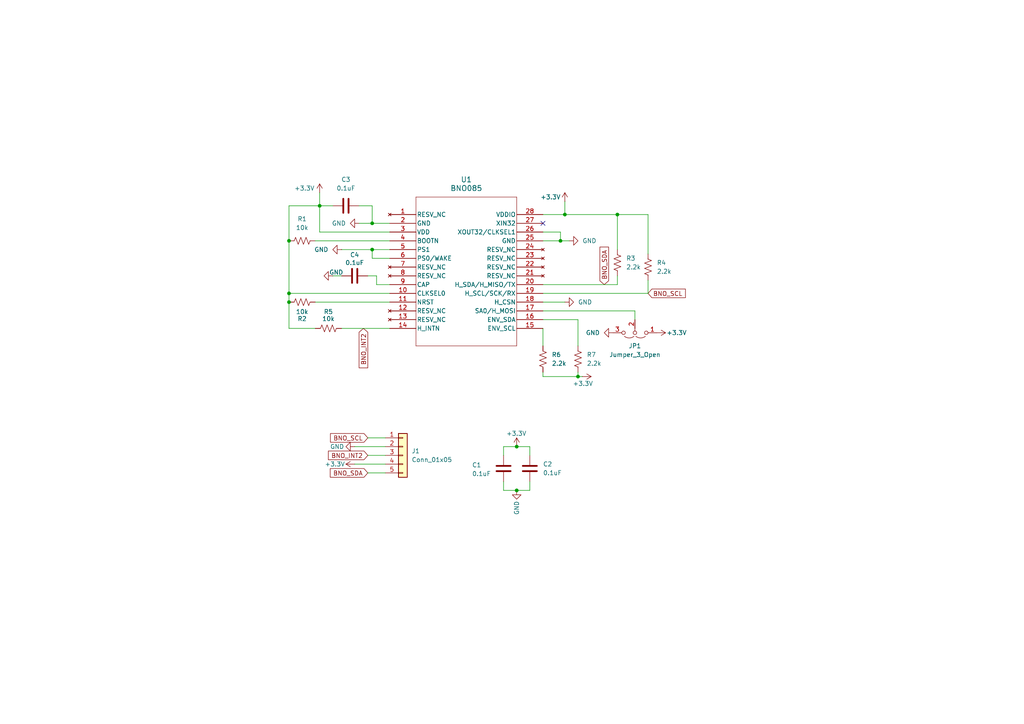
<source format=kicad_sch>
(kicad_sch (version 20231120) (generator "eeschema") (generator_version "8.0")
  (paper "A4")
  (lib_symbols
    (symbol "power:+3.3V" (power) (pin_numbers hide) (pin_names (offset 0) hide)
      (property "Value" "+3.3V" (at 0 3.556 0))
      (symbol "+3.3V_0_1"
        (polyline (pts (xy -0.762 1.27) (xy 0 2.54)))
        (polyline (pts (xy 0 0) (xy 0 2.54)))
        (polyline (pts (xy 0 2.54) (xy 0.762 1.27)))
      )
      (symbol "+3.3V_1_1"
        (pin power_in line (at 0 0 90) (length 0) (name "~") (number "1"))
      )
    )
    (symbol "power:GND" (power) (pin_numbers hide) (pin_names (offset 0) hide)
      (property "Value" "GND" (at 0 -3.81 0))
      (symbol "GND_0_1"
        (polyline (pts (xy 0 0) (xy 0 -1.27) (xy 1.27 -1.27) (xy 0 -2.54) (xy -1.27 -1.27) (xy 0 -1.27)))
      )
      (symbol "GND_1_1"
        (pin power_in line (at 0 0 270) (length 0) (name "~") (number "1"))
      )
    )
    (symbol "uSlime:BNO085" (pin_names (offset 0.254))
      (property "Reference" "U" (at 35.56 10.16 0))
      (property "Value" "BNO085" (at 35.56 7.62 0))
      (symbol "BNO085_0_1"
        (polyline (pts (xy 21.59 -38.1) (xy 50.8 -38.1)) (stroke (width 0.127)))
        (polyline (pts (xy 21.59 5.08) (xy 21.59 -38.1)) (stroke (width 0.127)))
        (polyline (pts (xy 50.8 -38.1) (xy 50.8 5.08)) (stroke (width 0.127)))
        (polyline (pts (xy 50.8 5.08) (xy 21.59 5.08)) (stroke (width 0.127)))
        (pin no_connect line (at 13.97 0 0) (length 7.62) (name "RESV_NC") (number "1"))
        (pin input line (at 13.97 -22.86 0) (length 7.62) (name "CLKSEL0") (number "10"))
        (pin input line (at 13.97 -25.4 0) (length 7.62) (name "NRST") (number "11"))
        (pin no_connect line (at 13.97 -27.94 0) (length 7.62) (name "RESV_NC") (number "12"))
        (pin no_connect line (at 13.97 -30.48 0) (length 7.62) (name "RESV_NC") (number "13"))
        (pin output line (at 13.97 -33.02 0) (length 7.62) (name "H_INTN") (number "14"))
        (pin bidirectional line (at 58.42 -33.02 180) (length 7.62) (name "ENV_SCL") (number "15"))
        (pin bidirectional line (at 58.42 -30.48 180) (length 7.62) (name "ENV_SDA") (number "16"))
        (pin input line (at 58.42 -27.94 180) (length 7.62) (name "SA0/H_MOSI") (number "17"))
        (pin input line (at 58.42 -25.4 180) (length 7.62) (name "H_CSN") (number "18"))
        (pin bidirectional line (at 58.42 -22.86 180) (length 7.62) (name "H_SCL/SCK/RX") (number "19"))
        (pin power_out line (at 13.97 -2.54 0) (length 7.62) (name "GND") (number "2"))
        (pin bidirectional line (at 58.42 -20.32 180) (length 7.62) (name "H_SDA/H_MISO/TX") (number "20"))
        (pin no_connect line (at 58.42 -17.78 180) (length 7.62) (name "RESV_NC") (number "21"))
        (pin no_connect line (at 58.42 -15.24 180) (length 7.62) (name "RESV_NC") (number "22"))
        (pin no_connect line (at 58.42 -12.7 180) (length 7.62) (name "RESV_NC") (number "23"))
        (pin no_connect line (at 58.42 -10.16 180) (length 7.62) (name "RESV_NC") (number "24"))
        (pin power_out line (at 58.42 -7.62 180) (length 7.62) (name "GND") (number "25"))
        (pin output line (at 58.42 -5.08 180) (length 7.62) (name "XOUT32/CLKSEL1") (number "26"))
        (pin input line (at 58.42 -2.54 180) (length 7.62) (name "XIN32") (number "27"))
        (pin power_in line (at 58.42 0 180) (length 7.62) (name "VDDIO") (number "28"))
        (pin power_in line (at 13.97 -5.08 0) (length 7.62) (name "VDD") (number "3"))
        (pin input line (at 13.97 -7.62 0) (length 7.62) (name "BOOTN") (number "4"))
        (pin input line (at 13.97 -10.16 0) (length 7.62) (name "PS1") (number "5"))
        (pin input line (at 13.97 -12.7 0) (length 7.62) (name "PS0/WAKE") (number "6"))
        (pin no_connect line (at 13.97 -15.24 0) (length 7.62) (name "RESV_NC") (number "7"))
        (pin no_connect line (at 13.97 -17.78 0) (length 7.62) (name "RESV_NC") (number "8"))
        (pin power_in line (at 13.97 -20.32 0) (length 7.62) (name "CAP") (number "9"))
      )
    )
    (symbol "uSlime:C" (pin_numbers hide) (pin_names (offset 0.254))
      (property "Reference" "C" (at 0.635 2.54 0))
      (property "Value" "C" (at 0.635 -2.54 0))
      (symbol "C_0_1"
        (polyline (pts (xy -2.032 -0.762) (xy 2.032 -0.762)) (stroke (width 0.508)))
        (polyline (pts (xy -2.032 0.762) (xy 2.032 0.762)) (stroke (width 0.508)))
      )
      (symbol "C_1_1"
        (pin passive line (at 0 3.81 270) (length 2.794) (name "~") (number "1"))
        (pin passive line (at 0 -3.81 90) (length 2.794) (name "~") (number "2"))
      )
    )
    (symbol "uSlime:Conn_01x05" (pin_names (offset 1.016) hide)
      (property "Reference" "J1" (at 2.54 1.2701 0))
      (property "Value" "Conn_01x05" (at 2.54 -1.2699 0))
      (symbol "Conn_01x05_1_1"
        (rectangle (start -1.27 -4.953) (end 0 -5.207) (stroke (width 0.1524)))
        (rectangle (start -1.27 -2.413) (end 0 -2.667) (stroke (width 0.1524)))
        (rectangle (start -1.27 0.127) (end 0 -0.127) (stroke (width 0.1524)))
        (rectangle (start -1.27 2.667) (end 0 2.413) (stroke (width 0.1524)))
        (rectangle (start -1.27 5.207) (end 0 4.953) (stroke (width 0.1524)))
        (rectangle (start -1.27 6.35) (end 1.27 -6.35) (stroke (width 0.254)) (fill (type background)))
        (pin passive line (at -5.08 5.08 0) (length 3.81) (name "Pin_1") (number "1"))
        (pin passive line (at -5.08 2.54 0) (length 3.81) (name "Pin_2") (number "2"))
        (pin passive line (at -5.08 0 0) (length 3.81) (name "Pin_3") (number "3"))
        (pin passive line (at -5.08 -2.54 0) (length 3.81) (name "Pin_4") (number "4"))
        (pin passive line (at -5.08 -5.08 0) (length 3.81) (name "Pin_5") (number "5"))
      )
    )
    (symbol "uSlime:Jumper_3_Open" (pin_names (offset 0) hide) (exclude_from_sim yes) (in_bom no)
      (property "Reference" "JP1" (at 0 3.81 0))
      (property "Value" "Jumper_3_Open" (at 0 6.35 0))
      (symbol "Jumper_3_Open_0_0"
        (circle (center -3.302 0) (radius 0.508))
        (circle (center 0 0) (radius 0.508))
        (circle (center 3.302 0) (radius 0.508))
      )
      (symbol "Jumper_3_Open_0_1"
        (arc (start -0.254 1.016) (mid -1.651 1.4992) (end -3.048 1.016))
        (polyline (pts (xy 0 -0.508) (xy 0 -1.27)))
        (arc (start 3.048 1.016) (mid 1.651 1.4992) (end 0.254 1.016))
      )
      (symbol "Jumper_3_Open_1_1"
        (pin passive line (at -6.35 0 0) (length 2.54) (name "A") (number "1"))
        (pin passive line (at 0 -3.81 90) (length 2.54) (name "C") (number "2"))
        (pin passive line (at 6.35 0 180) (length 2.54) (name "B") (number "3"))
      )
    )
    (symbol "uSlime:R_US" (pin_numbers hide) (pin_names (offset 0))
      (property "Reference" "R" (at 2.54 0 90))
      (property "Value" "R_US" (at -2.54 0 90))
      (symbol "R_US_0_1"
        (polyline (pts (xy 0 -2.286) (xy 0 -2.54)))
        (polyline (pts (xy 0 2.286) (xy 0 2.54)))
        (polyline (pts (xy 0 -0.762) (xy 1.016 -1.143) (xy 0 -1.524) (xy -1.016 -1.905) (xy 0 -2.286)))
        (polyline (pts (xy 0 0.762) (xy 1.016 0.381) (xy 0 0) (xy -1.016 -0.381) (xy 0 -0.762)))
        (polyline (pts (xy 0 2.286) (xy 1.016 1.905) (xy 0 1.524) (xy -1.016 1.143) (xy 0 0.762)))
      )
      (symbol "R_US_1_1"
        (pin passive line (at 0 3.81 270) (length 1.27) (name "~") (number "1"))
        (pin passive line (at 0 -3.81 90) (length 1.27) (name "~") (number "2"))
      )
    )
  )
  (junction (at 149.86 129.54))
  (junction (at 167.64 109.22))
  (junction (at 107.95 72.39))
  (junction (at 92.71 59.69))
  (junction (at 83.82 69.85))
  (junction (at 107.95 64.77))
  (junction (at 162.56 69.85))
  (junction (at 179.07 62.23))
  (junction (at 83.82 87.63))
  (junction (at 149.86 142.24))
  (junction (at 163.83 62.23))
  (junction (at 83.82 85.09))
  (no_connect (at 157.48 64.77))
  (wire (pts (xy 167.64 100.33) (xy 167.64 92.71)))
  (wire (pts (xy 157.48 100.33) (xy 157.48 95.25)))
  (wire (pts (xy 107.95 72.39) (xy 107.95 74.93)))
  (wire (pts (xy 83.82 59.69) (xy 92.71 59.69)))
  (wire (pts (xy 96.52 80.01) (xy 99.06 80.01)))
  (wire (pts (xy 168.91 109.22) (xy 167.64 109.22)))
  (wire (pts (xy 157.48 109.22) (xy 167.64 109.22)))
  (wire (pts (xy 109.22 82.55) (xy 113.03 82.55)))
  (wire (pts (xy 104.14 64.77) (xy 107.95 64.77)))
  (wire (pts (xy 106.68 132.08) (xy 111.76 132.08)))
  (wire (pts (xy 99.06 95.25) (xy 113.03 95.25)))
  (wire (pts (xy 187.96 62.23) (xy 179.07 62.23)))
  (wire (pts (xy 99.06 72.39) (xy 107.95 72.39)))
  (wire (pts (xy 163.83 58.42) (xy 163.83 62.23)))
  (wire (pts (xy 184.15 90.17) (xy 184.15 92.71)))
  (wire (pts (xy 92.71 59.69) (xy 96.52 59.69)))
  (wire (pts (xy 146.05 129.54) (xy 149.86 129.54)))
  (wire (pts (xy 102.87 129.54) (xy 111.76 129.54)))
  (wire (pts (xy 107.95 59.69) (xy 107.95 64.77)))
  (wire (pts (xy 91.44 69.85) (xy 113.03 69.85)))
  (wire (pts (xy 157.48 109.22) (xy 157.48 107.95)))
  (wire (pts (xy 157.48 67.31) (xy 162.56 67.31)))
  (wire (pts (xy 92.71 59.69) (xy 92.71 67.31)))
  (wire (pts (xy 187.96 81.28) (xy 187.96 85.09)))
  (wire (pts (xy 157.48 90.17) (xy 184.15 90.17)))
  (wire (pts (xy 83.82 85.09) (xy 83.82 87.63)))
  (wire (pts (xy 83.82 69.85) (xy 83.82 85.09)))
  (wire (pts (xy 165.1 69.85) (xy 162.56 69.85)))
  (wire (pts (xy 179.07 72.39) (xy 179.07 62.23)))
  (wire (pts (xy 83.82 85.09) (xy 113.03 85.09)))
  (wire (pts (xy 107.95 72.39) (xy 113.03 72.39)))
  (wire (pts (xy 179.07 80.01) (xy 179.07 82.55)))
  (wire (pts (xy 107.95 64.77) (xy 113.03 64.77)))
  (wire (pts (xy 146.05 142.24) (xy 149.86 142.24)))
  (wire (pts (xy 153.67 142.24) (xy 149.86 142.24)))
  (wire (pts (xy 106.68 80.01) (xy 109.22 80.01)))
  (wire (pts (xy 153.67 129.54) (xy 149.86 129.54)))
  (wire (pts (xy 167.64 109.22) (xy 167.64 107.95)))
  (wire (pts (xy 104.14 59.69) (xy 107.95 59.69)))
  (wire (pts (xy 106.68 127) (xy 111.76 127)))
  (wire (pts (xy 106.68 137.16) (xy 111.76 137.16)))
  (wire (pts (xy 113.03 87.63) (xy 91.44 87.63)))
  (wire (pts (xy 157.48 82.55) (xy 179.07 82.55)))
  (wire (pts (xy 157.48 92.71) (xy 167.64 92.71)))
  (wire (pts (xy 92.71 67.31) (xy 113.03 67.31)))
  (wire (pts (xy 102.87 134.62) (xy 111.76 134.62)))
  (wire (pts (xy 163.83 62.23) (xy 157.48 62.23)))
  (wire (pts (xy 91.44 95.25) (xy 83.82 95.25)))
  (wire (pts (xy 187.96 85.09) (xy 157.48 85.09)))
  (wire (pts (xy 92.71 55.88) (xy 92.71 59.69)))
  (wire (pts (xy 83.82 69.85) (xy 83.82 59.69)))
  (wire (pts (xy 187.96 73.66) (xy 187.96 62.23)))
  (wire (pts (xy 146.05 132.08) (xy 146.05 129.54)))
  (wire (pts (xy 146.05 139.7) (xy 146.05 142.24)))
  (wire (pts (xy 109.22 80.01) (xy 109.22 82.55)))
  (wire (pts (xy 162.56 67.31) (xy 162.56 69.85)))
  (wire (pts (xy 113.03 74.93) (xy 107.95 74.93)))
  (wire (pts (xy 163.83 62.23) (xy 179.07 62.23)))
  (wire (pts (xy 153.67 129.54) (xy 153.67 132.08)))
  (wire (pts (xy 83.82 95.25) (xy 83.82 87.63)))
  (wire (pts (xy 162.56 69.85) (xy 157.48 69.85)))
  (wire (pts (xy 153.67 142.24) (xy 153.67 139.7)))
  (wire (pts (xy 157.48 87.63) (xy 163.83 87.63)))
  (global_label "BNO_INT2" (shape input) (at 105.41 95.25 270) (property "Intersheetrefs" "${INTERSHEET_REFS}" (effects (hide yes))))
  (global_label "BNO_SCL" (shape input) (at 187.96 85.09 0) (property "Intersheetrefs" "${INTERSHEET_REFS}" (effects (hide yes))))
  (global_label "BNO_SCL" (shape input) (at 106.68 127 180) (property "Intersheetrefs" "${INTERSHEET_REFS}" (effects (hide yes))))
  (global_label "BNO_SDA" (shape input) (at 106.68 137.16 180) (property "Intersheetrefs" "${INTERSHEET_REFS}" (effects (hide yes))))
  (global_label "BNO_SDA" (shape input) (at 175.26 82.55 90) (property "Intersheetrefs" "${INTERSHEET_REFS}" (effects (hide yes))))
  (global_label "BNO_INT2" (shape input) (at 106.68 132.08 180) (property "Intersheetrefs" "${INTERSHEET_REFS}" (effects (hide yes))))
  (symbol (lib_id "uSlime:C") (at 100.33 59.69 90) (unit 1)
    (property "Reference" "C3" (at 100.33 52.07 90))
    (property "Value" "0.1uF" (at 100.33 54.61 90))
    (property "Footprint" "Capacitor_SMD:C_0603_1608Metric" (effects (hide yes)))
    (property "Description" "Unpolarized capacitor" (effects (hide yes)))
  )
  (symbol (lib_id "uSlime:Jumper_3_Open") (at 184.15 96.52 180) (unit 1) (exclude_from_sim yes) (in_bom no)
    (property "Reference" "JP1" (at 184.15 100.33 0))
    (property "Value" "Jumper_3_Open" (at 184.15 102.87 0))
    (property "Footprint" "Jumper:SolderJumper-3_P1.3mm_Open_RoundedPad1.0x1.5mm" (effects (hide yes)))
    (property "Description" "Jumper, 3-pole, both open" (effects (hide yes)))
  )
  (symbol (lib_id "uSlime:R_US") (at 157.48 104.14 0) (unit 1)
    (property "Reference" "R6" (at 160.02 102.8699 0) (effects (justify left)))
    (property "Value" "2.2k" (at 160.02 105.4099 0) (effects (justify left)))
    (property "Footprint" "Resistor_SMD:R_0603_1608Metric" (effects (hide yes)))
    (property "Description" "Resistor, US symbol" (effects (hide yes)))
  )
  (symbol (lib_id "power:GND") (at 177.8 96.52 270) (unit 1)
    (property "Reference" "#PWR013" (effects (hide yes)))
    (property "Value" "GND" (at 173.99 96.5199 90) (effects (justify right)))
    (property "Description" "Power symbol creates a global label with name \"GND\" , ground" (effects (hide yes)))
  )
  (symbol (lib_id "power:GND") (at 102.87 129.54 270) (unit 1)
    (property "Reference" "#PWR07" (effects (hide yes)))
    (property "Value" "GND" (at 99.822 129.54 90) (effects (justify right)))
    (property "Description" "Power symbol creates a global label with name \"GND\" , ground" (effects (hide yes)))
  )
  (symbol (lib_id "power:GND") (at 104.14 64.77 270) (unit 1)
    (property "Reference" "#PWR06" (effects (hide yes)))
    (property "Value" "GND" (at 100.33 64.7699 90) (effects (justify right)))
    (property "Description" "Power symbol creates a global label with name \"GND\" , ground" (effects (hide yes)))
  )
  (symbol (lib_id "power:GND") (at 165.1 69.85 90) (unit 1)
    (property "Reference" "#PWR012" (effects (hide yes)))
    (property "Value" "GND" (at 168.91 69.8499 90) (effects (justify right)))
    (property "Description" "Power symbol creates a global label with name \"GND\" , ground" (effects (hide yes)))
  )
  (symbol (lib_id "power:GND") (at 149.86 142.24 0) (unit 1)
    (property "Reference" "#PWR05" (effects (hide yes)))
    (property "Value" "GND" (at 149.86 145.288 90) (effects (justify right)))
    (property "Description" "Power symbol creates a global label with name \"GND\" , ground" (effects (hide yes)))
  )
  (symbol (lib_id "power:+3.3V") (at 190.5 96.52 270) (unit 1)
    (property "Reference" "#PWR014" (effects (hide yes)))
    (property "Value" "+3.3V" (at 193.294 96.52 90) (effects (justify left)))
    (property "Description" "Power symbol creates a global label with name \"+3.3V\"" (effects (hide yes)))
  )
  (symbol (lib_id "uSlime:R_US") (at 95.25 95.25 90) (unit 1)
    (property "Reference" "R5" (at 95.25 90.424 90))
    (property "Value" "10k" (at 95.25 92.456 90))
    (property "Footprint" "Resistor_SMD:R_0603_1608Metric" (effects (hide yes)))
    (property "Description" "Resistor, US symbol" (effects (hide yes)))
  )
  (symbol (lib_id "power:+3.3V") (at 168.91 109.22 270) (unit 1)
    (property "Reference" "#PWR016" (effects (hide yes)))
    (property "Value" "+3.3V" (at 166.116 111.252 90) (effects (justify left)))
    (property "Description" "Power symbol creates a global label with name \"+3.3V\"" (effects (hide yes)))
  )
  (symbol (lib_id "uSlime:C") (at 146.05 135.89 180) (unit 1)
    (property "Reference" "C1" (at 136.906 134.874 0) (effects (justify right)))
    (property "Value" "0.1uF" (at 136.906 137.414 0) (effects (justify right)))
    (property "Footprint" "Capacitor_SMD:C_0603_1608Metric" (effects (hide yes)))
    (property "Description" "Unpolarized capacitor" (effects (hide yes)))
  )
  (symbol (lib_id "power:GND") (at 96.52 80.01 270) (unit 1)
    (property "Reference" "#PWR02" (effects (hide yes)))
    (property "Value" "GND" (at 99.568 78.994 90) (effects (justify right)))
    (property "Description" "Power symbol creates a global label with name \"GND\" , ground" (effects (hide yes)))
  )
  (symbol (lib_id "power:+3.3V") (at 92.71 55.88 0) (unit 1)
    (property "Reference" "#PWR01" (effects (hide yes)))
    (property "Value" "+3.3V" (at 85.344 54.61 0) (effects (justify left)))
    (property "Description" "Power symbol creates a global label with name \"+3.3V\"" (effects (hide yes)))
  )
  (symbol (lib_id "uSlime:R_US") (at 187.96 77.47 0) (unit 1)
    (property "Reference" "R4" (at 190.5 76.1999 0) (effects (justify left)))
    (property "Value" "2.2k" (at 190.5 78.7399 0) (effects (justify left)))
    (property "Footprint" "Resistor_SMD:R_0603_1608Metric" (effects (hide yes)))
    (property "Description" "Resistor, US symbol" (effects (hide yes)))
  )
  (symbol (lib_id "power:GND") (at 163.83 87.63 90) (unit 1)
    (property "Reference" "#PWR011" (effects (hide yes)))
    (property "Value" "GND" (at 167.64 87.6299 90) (effects (justify right)))
    (property "Description" "Power symbol creates a global label with name \"GND\" , ground" (effects (hide yes)))
  )
  (symbol (lib_id "power:+3.3V") (at 149.86 129.54 0) (unit 1)
    (property "Reference" "#PWR04" (effects (hide yes)))
    (property "Value" "+3.3V" (at 146.812 125.73 0) (effects (justify left)))
    (property "Description" "Power symbol creates a global label with name \"+3.3V\"" (effects (hide yes)))
  )
  (symbol (lib_id "uSlime:R_US") (at 167.64 104.14 0) (unit 1)
    (property "Reference" "R7" (at 170.18 102.8699 0) (effects (justify left)))
    (property "Value" "2.2k" (at 170.18 105.4099 0) (effects (justify left)))
    (property "Footprint" "Resistor_SMD:R_0603_1608Metric" (effects (hide yes)))
    (property "Description" "Resistor, US symbol" (effects (hide yes)))
  )
  (symbol (lib_id "power:GND") (at 99.06 72.39 270) (unit 1)
    (property "Reference" "#PWR03" (effects (hide yes)))
    (property "Value" "GND" (at 95.25 72.3899 90) (effects (justify right)))
    (property "Description" "Power symbol creates a global label with name \"GND\" , ground" (effects (hide yes)))
  )
  (symbol (lib_id "power:+3.3V") (at 102.87 134.62 90) (unit 1)
    (property "Reference" "#PWR015" (effects (hide yes)))
    (property "Value" "+3.3V" (at 100.076 134.62 90) (effects (justify left)))
    (property "Description" "Power symbol creates a global label with name \"+3.3V\"" (effects (hide yes)))
  )
  (symbol (lib_id "uSlime:R_US") (at 87.63 69.85 90) (unit 1)
    (property "Reference" "R1" (at 87.63 63.5 90))
    (property "Value" "10k" (at 87.63 66.04 90))
    (property "Footprint" "Resistor_SMD:R_0603_1608Metric" (effects (hide yes)))
    (property "Description" "Resistor, US symbol" (effects (hide yes)))
  )
  (symbol (lib_id "uSlime:R_US") (at 179.07 76.2 0) (unit 1)
    (property "Reference" "R3" (at 181.61 74.9299 0) (effects (justify left)))
    (property "Value" "2.2k" (at 181.61 77.4699 0) (effects (justify left)))
    (property "Footprint" "Resistor_SMD:R_0603_1608Metric" (effects (hide yes)))
    (property "Description" "Resistor, US symbol" (effects (hide yes)))
  )
  (symbol (lib_id "uSlime:C") (at 102.87 80.01 90) (unit 1)
    (property "Reference" "C4" (at 102.87 73.914 90))
    (property "Value" "0.1uF" (at 102.87 76.2 90))
    (property "Footprint" "Capacitor_SMD:C_0603_1608Metric" (effects (hide yes)))
    (property "Description" "Unpolarized capacitor" (effects (hide yes)))
  )
  (symbol (lib_id "uSlime:C") (at 153.67 135.89 180) (unit 1)
    (property "Reference" "C2" (at 157.48 134.6199 0) (effects (justify right)))
    (property "Value" "0.1uF" (at 157.48 137.1599 0) (effects (justify right)))
    (property "Footprint" "Capacitor_SMD:C_0603_1608Metric" (effects (hide yes)))
    (property "Description" "Unpolarized capacitor" (effects (hide yes)))
  )
  (symbol (lib_id "uSlime:R_US") (at 87.63 87.63 270) (unit 1)
    (property "Reference" "R2" (at 87.63 92.456 90))
    (property "Value" "10k" (at 87.63 90.424 90))
    (property "Footprint" "Resistor_SMD:R_0603_1608Metric" (effects (hide yes)))
    (property "Description" "Resistor, US symbol" (effects (hide yes)))
  )
  (symbol (lib_id "uSlime:BNO085") (at 99.06 62.23 0) (unit 1)
    (property "Reference" "U1" (at 135.255 52.07 0) (effects (font (size 1.524 1.524))))
    (property "Value" "BNO085" (at 135.255 54.61 0) (effects (font (size 1.524 1.524))))
    (property "Footprint" "BNO_BreakOut:updatedBNO" (effects (hide yes)))
    (property "Datasheet" "BNO085" (effects (hide yes)))
  )
  (symbol (lib_id "power:+3.3V") (at 163.83 58.42 0) (unit 1)
    (property "Reference" "#PWR010" (effects (hide yes)))
    (property "Value" "+3.3V" (at 156.718 57.15 0) (effects (justify left)))
    (property "Description" "Power symbol creates a global label with name \"+3.3V\"" (effects (hide yes)))
  )
  (symbol (lib_id "uSlime:Conn_01x05") (at 116.84 132.08 0) (unit 1)
    (property "Reference" "J1" (at 119.38 130.8099 0) (effects (justify left)))
    (property "Value" "Conn_01x05" (at 119.38 133.3499 0) (effects (justify left)))
    (property "Footprint" "Connector_PinHeader_2.54mm:PinHeader_1x05_P2.54mm_Vertical" (effects (hide yes)))
    (property "Description" "Generic connector, single row, 01x05, script generated (kicad-library-utils/schlib/autogen/connector/)" (effects (hide yes)))
  )
)
</source>
